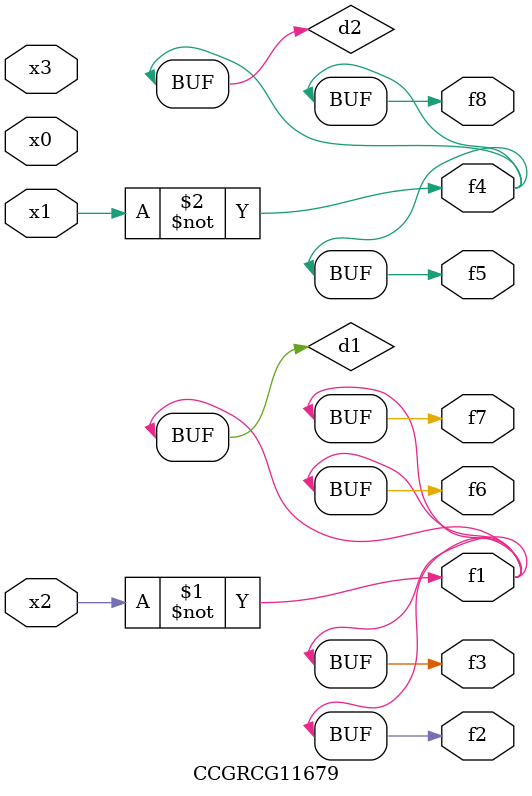
<source format=v>
module CCGRCG11679(
	input x0, x1, x2, x3,
	output f1, f2, f3, f4, f5, f6, f7, f8
);

	wire d1, d2;

	xnor (d1, x2);
	not (d2, x1);
	assign f1 = d1;
	assign f2 = d1;
	assign f3 = d1;
	assign f4 = d2;
	assign f5 = d2;
	assign f6 = d1;
	assign f7 = d1;
	assign f8 = d2;
endmodule

</source>
